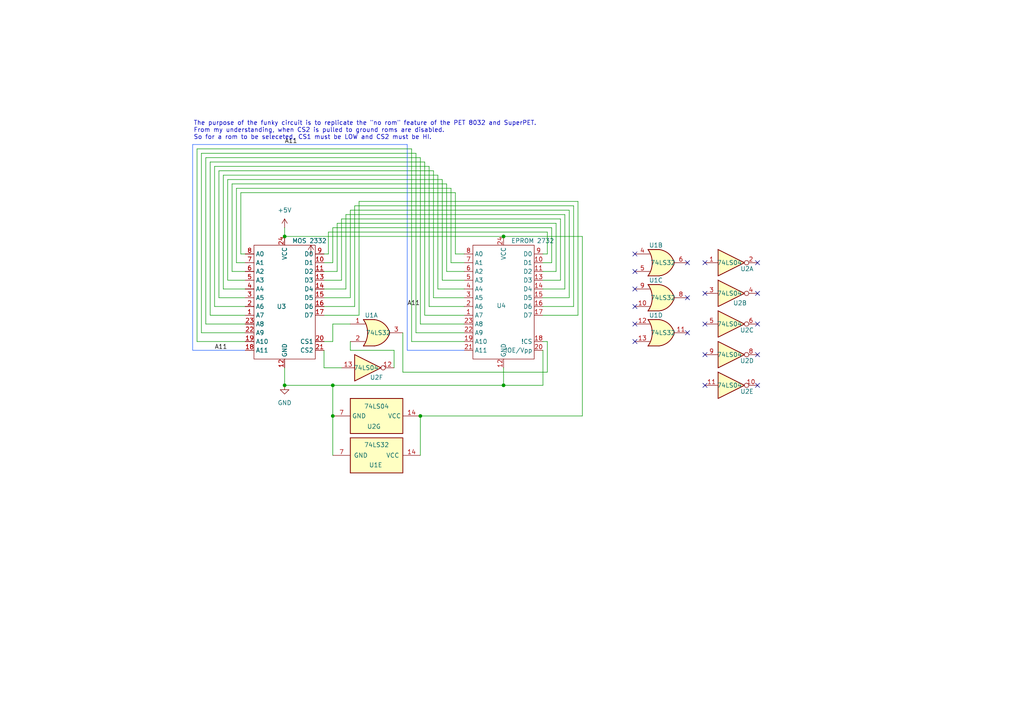
<source format=kicad_sch>
(kicad_sch (version 20231120) (generator "eeschema") (generator_version "8.0")
  (paper "A4")
  (lib_symbols
    (symbol "74xx:74LS04"
      (property "Reference" "U" (at 0 1.27 0))
      (property "Value" "74LS04" (at 0 -1.27 0))
      (symbol "74LS04_1_0"
        (polyline (pts (xy -3.81 3.81) (xy -3.81 -3.81) (xy 3.81 0) (xy -3.81 3.81)) (stroke (width 0.254)) (fill (type background)))
        (pin input line (at -7.62 0 0) (length 3.81) (name "~") (number "1"))
        (pin output inverted (at 7.62 0 180) (length 3.81) (name "~") (number "2"))
      )
      (symbol "74LS04_2_0"
        (polyline (pts (xy -3.81 3.81) (xy -3.81 -3.81) (xy 3.81 0) (xy -3.81 3.81)) (stroke (width 0.254)) (fill (type background)))
        (pin input line (at -7.62 0 0) (length 3.81) (name "~") (number "3"))
        (pin output inverted (at 7.62 0 180) (length 3.81) (name "~") (number "4"))
      )
      (symbol "74LS04_3_0"
        (polyline (pts (xy -3.81 3.81) (xy -3.81 -3.81) (xy 3.81 0) (xy -3.81 3.81)) (stroke (width 0.254)) (fill (type background)))
        (pin input line (at -7.62 0 0) (length 3.81) (name "~") (number "5"))
        (pin output inverted (at 7.62 0 180) (length 3.81) (name "~") (number "6"))
      )
      (symbol "74LS04_4_0"
        (polyline (pts (xy -3.81 3.81) (xy -3.81 -3.81) (xy 3.81 0) (xy -3.81 3.81)) (stroke (width 0.254)) (fill (type background)))
        (pin output inverted (at 7.62 0 180) (length 3.81) (name "~") (number "8"))
        (pin input line (at -7.62 0 0) (length 3.81) (name "~") (number "9"))
      )
      (symbol "74LS04_5_0"
        (polyline (pts (xy -3.81 3.81) (xy -3.81 -3.81) (xy 3.81 0) (xy -3.81 3.81)) (stroke (width 0.254)) (fill (type background)))
        (pin output inverted (at 7.62 0 180) (length 3.81) (name "~") (number "10"))
        (pin input line (at -7.62 0 0) (length 3.81) (name "~") (number "11"))
      )
      (symbol "74LS04_6_0"
        (polyline (pts (xy -3.81 3.81) (xy -3.81 -3.81) (xy 3.81 0) (xy -3.81 3.81)) (stroke (width 0.254)) (fill (type background)))
        (pin output inverted (at 7.62 0 180) (length 3.81) (name "~") (number "12"))
        (pin input line (at -7.62 0 0) (length 3.81) (name "~") (number "13"))
      )
      (symbol "74LS04_7_0"
        (pin power_in line (at 0 12.7 270) (length 5.08) (name "VCC") (number "14"))
        (pin power_in line (at 0 -12.7 90) (length 5.08) (name "GND") (number "7"))
      )
      (symbol "74LS04_7_1"
        (rectangle (start -5.08 7.62) (end 5.08 -7.62) (stroke (width 0.254)) (fill (type background)))
      )
    )
    (symbol "74xx:74LS32" (pin_names (offset 1.016))
      (property "Reference" "U" (at 0 1.27 0))
      (property "Value" "74LS32" (at 0 -1.27 0))
      (symbol "74LS32_1_1"
        (arc (start -3.81 -3.81) (mid -2.589 0) (end -3.81 3.81) (stroke (width 0.254)))
        (arc (start -0.6096 -3.81) (mid 2.1842 -2.5851) (end 3.81 0) (stroke (width 0.254)) (fill (type background)))
        (polyline (pts (xy -3.81 -3.81) (xy -0.635 -3.81)) (stroke (width 0.254)) (fill (type background)))
        (polyline (pts (xy -3.81 3.81) (xy -0.635 3.81)) (stroke (width 0.254)) (fill (type background)))
        (polyline (pts (xy -0.635 3.81) (xy -3.81 3.81) (xy -3.81 3.81) (xy -3.556 3.4036) (xy -3.0226 2.2606) (xy -2.6924 1.0414) (xy -2.6162 -0.254) (xy -2.7686 -1.4986) (xy -3.175 -2.7178) (xy -3.81 -3.81) (xy -3.81 -3.81) (xy -0.635 -3.81)) (stroke (width -25.4)) (fill (type background)))
        (arc (start 3.81 0) (mid 2.1915 2.5936) (end -0.6096 3.81) (stroke (width 0.254)) (fill (type background)))
        (pin input line (at -7.62 2.54 0) (length 4.318) (name "~") (number "1"))
        (pin input line (at -7.62 -2.54 0) (length 4.318) (name "~") (number "2"))
        (pin output line (at 7.62 0 180) (length 3.81) (name "~") (number "3"))
      )
      (symbol "74LS32_1_2"
        (arc (start 0 -3.81) (mid 3.7934 0) (end 0 3.81) (stroke (width 0.254)) (fill (type background)))
        (polyline (pts (xy 0 3.81) (xy -3.81 3.81) (xy -3.81 -3.81) (xy 0 -3.81)) (stroke (width 0.254)) (fill (type background)))
        (pin input inverted (at -7.62 2.54 0) (length 3.81) (name "~") (number "1"))
        (pin input inverted (at -7.62 -2.54 0) (length 3.81) (name "~") (number "2"))
        (pin output inverted (at 7.62 0 180) (length 3.81) (name "~") (number "3"))
      )
      (symbol "74LS32_2_1"
        (arc (start -3.81 -3.81) (mid -2.589 0) (end -3.81 3.81) (stroke (width 0.254)))
        (arc (start -0.6096 -3.81) (mid 2.1842 -2.5851) (end 3.81 0) (stroke (width 0.254)) (fill (type background)))
        (polyline (pts (xy -3.81 -3.81) (xy -0.635 -3.81)) (stroke (width 0.254)) (fill (type background)))
        (polyline (pts (xy -3.81 3.81) (xy -0.635 3.81)) (stroke (width 0.254)) (fill (type background)))
        (polyline (pts (xy -0.635 3.81) (xy -3.81 3.81) (xy -3.81 3.81) (xy -3.556 3.4036) (xy -3.0226 2.2606) (xy -2.6924 1.0414) (xy -2.6162 -0.254) (xy -2.7686 -1.4986) (xy -3.175 -2.7178) (xy -3.81 -3.81) (xy -3.81 -3.81) (xy -0.635 -3.81)) (stroke (width -25.4)) (fill (type background)))
        (arc (start 3.81 0) (mid 2.1915 2.5936) (end -0.6096 3.81) (stroke (width 0.254)) (fill (type background)))
        (pin input line (at -7.62 2.54 0) (length 4.318) (name "~") (number "4"))
        (pin input line (at -7.62 -2.54 0) (length 4.318) (name "~") (number "5"))
        (pin output line (at 7.62 0 180) (length 3.81) (name "~") (number "6"))
      )
      (symbol "74LS32_2_2"
        (arc (start 0 -3.81) (mid 3.7934 0) (end 0 3.81) (stroke (width 0.254)) (fill (type background)))
        (polyline (pts (xy 0 3.81) (xy -3.81 3.81) (xy -3.81 -3.81) (xy 0 -3.81)) (stroke (width 0.254)) (fill (type background)))
        (pin input inverted (at -7.62 2.54 0) (length 3.81) (name "~") (number "4"))
        (pin input inverted (at -7.62 -2.54 0) (length 3.81) (name "~") (number "5"))
        (pin output inverted (at 7.62 0 180) (length 3.81) (name "~") (number "6"))
      )
      (symbol "74LS32_3_1"
        (arc (start -3.81 -3.81) (mid -2.589 0) (end -3.81 3.81) (stroke (width 0.254)))
        (arc (start -0.6096 -3.81) (mid 2.1842 -2.5851) (end 3.81 0) (stroke (width 0.254)) (fill (type background)))
        (polyline (pts (xy -3.81 -3.81) (xy -0.635 -3.81)) (stroke (width 0.254)) (fill (type background)))
        (polyline (pts (xy -3.81 3.81) (xy -0.635 3.81)) (stroke (width 0.254)) (fill (type background)))
        (polyline (pts (xy -0.635 3.81) (xy -3.81 3.81) (xy -3.81 3.81) (xy -3.556 3.4036) (xy -3.0226 2.2606) (xy -2.6924 1.0414) (xy -2.6162 -0.254) (xy -2.7686 -1.4986) (xy -3.175 -2.7178) (xy -3.81 -3.81) (xy -3.81 -3.81) (xy -0.635 -3.81)) (stroke (width -25.4)) (fill (type background)))
        (arc (start 3.81 0) (mid 2.1915 2.5936) (end -0.6096 3.81) (stroke (width 0.254)) (fill (type background)))
        (pin input line (at -7.62 -2.54 0) (length 4.318) (name "~") (number "10"))
        (pin output line (at 7.62 0 180) (length 3.81) (name "~") (number "8"))
        (pin input line (at -7.62 2.54 0) (length 4.318) (name "~") (number "9"))
      )
      (symbol "74LS32_3_2"
        (arc (start 0 -3.81) (mid 3.7934 0) (end 0 3.81) (stroke (width 0.254)) (fill (type background)))
        (polyline (pts (xy 0 3.81) (xy -3.81 3.81) (xy -3.81 -3.81) (xy 0 -3.81)) (stroke (width 0.254)) (fill (type background)))
        (pin input inverted (at -7.62 -2.54 0) (length 3.81) (name "~") (number "10"))
        (pin output inverted (at 7.62 0 180) (length 3.81) (name "~") (number "8"))
        (pin input inverted (at -7.62 2.54 0) (length 3.81) (name "~") (number "9"))
      )
      (symbol "74LS32_4_1"
        (arc (start -3.81 -3.81) (mid -2.589 0) (end -3.81 3.81) (stroke (width 0.254)))
        (arc (start -0.6096 -3.81) (mid 2.1842 -2.5851) (end 3.81 0) (stroke (width 0.254)) (fill (type background)))
        (polyline (pts (xy -3.81 -3.81) (xy -0.635 -3.81)) (stroke (width 0.254)) (fill (type background)))
        (polyline (pts (xy -3.81 3.81) (xy -0.635 3.81)) (stroke (width 0.254)) (fill (type background)))
        (polyline (pts (xy -0.635 3.81) (xy -3.81 3.81) (xy -3.81 3.81) (xy -3.556 3.4036) (xy -3.0226 2.2606) (xy -2.6924 1.0414) (xy -2.6162 -0.254) (xy -2.7686 -1.4986) (xy -3.175 -2.7178) (xy -3.81 -3.81) (xy -3.81 -3.81) (xy -0.635 -3.81)) (stroke (width -25.4)) (fill (type background)))
        (arc (start 3.81 0) (mid 2.1915 2.5936) (end -0.6096 3.81) (stroke (width 0.254)) (fill (type background)))
        (pin output line (at 7.62 0 180) (length 3.81) (name "~") (number "11"))
        (pin input line (at -7.62 2.54 0) (length 4.318) (name "~") (number "12"))
        (pin input line (at -7.62 -2.54 0) (length 4.318) (name "~") (number "13"))
      )
      (symbol "74LS32_4_2"
        (arc (start 0 -3.81) (mid 3.7934 0) (end 0 3.81) (stroke (width 0.254)) (fill (type background)))
        (polyline (pts (xy 0 3.81) (xy -3.81 3.81) (xy -3.81 -3.81) (xy 0 -3.81)) (stroke (width 0.254)) (fill (type background)))
        (pin output inverted (at 7.62 0 180) (length 3.81) (name "~") (number "11"))
        (pin input inverted (at -7.62 2.54 0) (length 3.81) (name "~") (number "12"))
        (pin input inverted (at -7.62 -2.54 0) (length 3.81) (name "~") (number "13"))
      )
      (symbol "74LS32_5_0"
        (pin power_in line (at 0 12.7 270) (length 5.08) (name "VCC") (number "14"))
        (pin power_in line (at 0 -12.7 90) (length 5.08) (name "GND") (number "7"))
      )
      (symbol "74LS32_5_1"
        (rectangle (start -5.08 7.62) (end 5.08 -7.62) (stroke (width 0.254)) (fill (type background)))
      )
    )
    (symbol "dwfa:EPROM_2732"
      (property "Reference" "EPROM_2732" (at 0 0 0))
      (symbol "EPROM_2732_0_1"
        (rectangle (start -8.89 17.78) (end 8.89 -15.24))
      )
      (symbol "EPROM_2732_1_1"
        (pin input line (at -11.43 -2.54 0) (length 2.54) (name "A7") (number "1"))
        (pin output line (at 11.43 12.7 180) (length 2.54) (name "D1") (number "10"))
        (pin output line (at 11.43 10.16 180) (length 2.54) (name "D2") (number "11"))
        (pin power_in line (at 0 -17.78 90) (length 2.54) (name "GND") (number "12"))
        (pin output line (at 11.43 7.62 180) (length 2.54) (name "D3") (number "13"))
        (pin output line (at 11.43 5.08 180) (length 2.54) (name "D4") (number "14"))
        (pin output line (at 11.43 2.54 180) (length 2.54) (name "D5") (number "15"))
        (pin output line (at 11.43 0 180) (length 2.54) (name "D6") (number "16"))
        (pin output line (at 11.43 -2.54 180) (length 2.54) (name "D7") (number "17"))
        (pin input line (at 11.43 -10.16 180) (length 2.54) (name "!CS") (number "18"))
        (pin input line (at -11.43 -10.16 0) (length 2.54) (name "A10") (number "19"))
        (pin input line (at -11.43 0 0) (length 2.54) (name "A6") (number "2"))
        (pin input line (at 11.43 -12.7 180) (length 2.54) (name "!OE/Vpp") (number "20"))
        (pin input line (at -11.43 -12.7 0) (length 2.54) (name "A11") (number "21"))
        (pin input line (at -11.43 -7.62 0) (length 2.54) (name "A9") (number "22"))
        (pin input line (at -11.43 -5.08 0) (length 2.54) (name "A8") (number "23"))
        (pin power_in line (at 0 20.32 270) (length 2.54) (name "VCC") (number "24"))
        (pin input line (at -11.43 2.54 0) (length 2.54) (name "A5") (number "3"))
        (pin input line (at -11.43 5.08 0) (length 2.54) (name "A4") (number "4"))
        (pin input line (at -11.43 7.62 0) (length 2.54) (name "A3") (number "5"))
        (pin input line (at -11.43 10.16 0) (length 2.54) (name "A2") (number "6"))
        (pin input line (at -11.43 12.7 0) (length 2.54) (name "A1") (number "7"))
        (pin input line (at -11.43 15.24 0) (length 2.54) (name "A0") (number "8"))
        (pin output line (at 11.43 15.24 180) (length 2.54) (name "D0") (number "9"))
      )
    )
    (symbol "dwfa:MOS_2332" (exclude_from_sim yes) (in_bom no) (on_board no)
      (property "Reference" "MOS 2332" (at 0 0 0))
      (symbol "MOS_2332_0_1"
        (rectangle (start -8.89 13.97) (end 8.89 -19.05))
      )
      (symbol "MOS_2332_1_1"
        (pin input line (at -11.43 -6.35 0) (length 2.54) (name "A7") (number "1"))
        (pin output line (at 11.43 8.89 180) (length 2.54) (name "D1") (number "10"))
        (pin output line (at 11.43 6.35 180) (length 2.54) (name "D2") (number "11"))
        (pin power_in line (at 0 -21.59 90) (length 2.54) (name "GND") (number "12"))
        (pin output line (at 11.43 3.81 180) (length 2.54) (name "D3") (number "13"))
        (pin output line (at 11.43 1.27 180) (length 2.54) (name "D4") (number "14"))
        (pin output line (at 11.43 -1.27 180) (length 2.54) (name "D5") (number "15"))
        (pin output line (at 11.43 -3.81 180) (length 2.54) (name "D6") (number "16"))
        (pin output line (at 11.43 -6.35 180) (length 2.54) (name "D7") (number "17"))
        (pin input line (at -11.43 -16.51 0) (length 2.54) (name "A11") (number "18"))
        (pin input line (at -11.43 -13.97 0) (length 2.54) (name "A10") (number "19"))
        (pin input line (at -11.43 -3.81 0) (length 2.54) (name "A6") (number "2"))
        (pin input line (at 11.43 -13.97 180) (length 2.54) (name "CS1") (number "20"))
        (pin input line (at 11.43 -16.51 180) (length 2.54) (name "CS2") (number "21"))
        (pin input line (at -11.43 -11.43 0) (length 2.54) (name "A9") (number "22"))
        (pin input line (at -11.43 -8.89 0) (length 2.54) (name "A8") (number "23"))
        (pin power_in line (at 0 16.51 270) (length 2.54) (name "VCC") (number "24"))
        (pin input line (at -11.43 -1.27 0) (length 2.54) (name "A5") (number "3"))
        (pin input line (at -11.43 1.27 0) (length 2.54) (name "A4") (number "4"))
        (pin input line (at -11.43 3.81 0) (length 2.54) (name "A3") (number "5"))
        (pin input line (at -11.43 6.35 0) (length 2.54) (name "A2") (number "6"))
        (pin input line (at -11.43 8.89 0) (length 2.54) (name "A1") (number "7"))
        (pin input line (at -11.43 11.43 0) (length 2.54) (name "A0") (number "8"))
        (pin output line (at 11.43 11.43 180) (length 2.54) (name "D0") (number "9"))
      )
    )
    (symbol "power:+5V" (power) (pin_numbers hide) (pin_names (offset 0) hide)
      (property "Value" "+5V" (at 0 3.556 0))
      (symbol "+5V_0_1"
        (polyline (pts (xy -0.762 1.27) (xy 0 2.54)))
        (polyline (pts (xy 0 0) (xy 0 2.54)))
        (polyline (pts (xy 0 2.54) (xy 0.762 1.27)))
      )
      (symbol "+5V_1_1"
        (pin power_in line (at 0 0 90) (length 0) (name "~") (number "1"))
      )
    )
    (symbol "power:GND" (power) (pin_numbers hide) (pin_names (offset 0) hide)
      (property "Value" "GND" (at 0 -3.81 0))
      (symbol "GND_0_1"
        (polyline (pts (xy 0 0) (xy 0 -1.27) (xy 1.27 -1.27) (xy 0 -2.54) (xy -1.27 -1.27) (xy 0 -1.27)))
      )
      (symbol "GND_1_1"
        (pin power_in line (at 0 0 270) (length 0) (name "~") (number "1"))
      )
    )
  )
  (junction (at 82.55 111.76))
  (junction (at 146.05 68.58))
  (junction (at 121.92 120.65))
  (junction (at 146.05 111.76))
  (junction (at 96.52 120.65))
  (junction (at 82.55 68.58))
  (junction (at 96.52 111.76))
  (no_connect (at 219.71 102.87))
  (no_connect (at 204.47 111.76))
  (no_connect (at 204.47 93.98))
  (no_connect (at 184.15 78.74))
  (no_connect (at 199.39 96.52))
  (no_connect (at 204.47 102.87))
  (no_connect (at 219.71 76.2))
  (no_connect (at 219.71 85.09))
  (no_connect (at 204.47 85.09))
  (no_connect (at 184.15 83.82))
  (no_connect (at 199.39 86.36))
  (no_connect (at 184.15 99.06))
  (no_connect (at 204.47 76.2))
  (no_connect (at 184.15 73.66))
  (no_connect (at 184.15 88.9))
  (no_connect (at 219.71 93.98))
  (no_connect (at 219.71 111.76))
  (no_connect (at 199.39 76.2))
  (no_connect (at 184.15 93.98))
  (wire (pts (xy 97.79 64.77) (xy 161.29 64.77)))
  (wire (pts (xy 124.46 48.26) (xy 124.46 88.9)))
  (wire (pts (xy 104.14 91.44) (xy 104.14 58.42)))
  (wire (pts (xy 62.23 48.26) (xy 124.46 48.26)))
  (wire (pts (xy 101.6 60.96) (xy 165.1 60.96)))
  (wire (pts (xy 63.5 49.53) (xy 125.73 49.53)))
  (wire (pts (xy 161.29 64.77) (xy 161.29 78.74)))
  (wire (pts (xy 69.85 73.66) (xy 69.85 55.88)))
  (wire (pts (xy 167.64 58.42) (xy 167.64 91.44)))
  (wire (pts (xy 157.48 99.06) (xy 158.75 99.06)))
  (wire (pts (xy 128.27 52.07) (xy 128.27 81.28)))
  (wire (pts (xy 64.77 50.8) (xy 127 50.8)))
  (wire (pts (xy 71.12 88.9) (xy 62.23 88.9)))
  (wire (pts (xy 93.98 76.2) (xy 96.52 76.2)))
  (wire (pts (xy 96.52 66.04) (xy 160.02 66.04)))
  (wire (pts (xy 158.75 67.31) (xy 158.75 73.66)))
  (wire (pts (xy 62.23 88.9) (xy 62.23 48.26)))
  (wire (pts (xy 71.12 101.6) (xy 55.88 101.6)) (stroke (width 0) (color 31 96 255 1)))
  (wire (pts (xy 116.84 107.95) (xy 116.84 96.52)))
  (wire (pts (xy 127 83.82) (xy 134.62 83.82)))
  (wire (pts (xy 71.12 83.82) (xy 64.77 83.82)))
  (wire (pts (xy 55.88 41.91) (xy 118.11 41.91)) (stroke (width 0) (color 31 96 255 1)))
  (wire (pts (xy 118.11 41.91) (xy 118.11 101.6)) (stroke (width 0) (color 31 96 255 1)))
  (wire (pts (xy 163.83 62.23) (xy 163.83 83.82)))
  (wire (pts (xy 162.56 81.28) (xy 157.48 81.28)))
  (wire (pts (xy 129.54 78.74) (xy 134.62 78.74)))
  (wire (pts (xy 58.42 44.45) (xy 120.65 44.45)))
  (wire (pts (xy 96.52 120.65) (xy 96.52 132.08)))
  (wire (pts (xy 63.5 86.36) (xy 63.5 49.53)))
  (wire (pts (xy 95.25 67.31) (xy 158.75 67.31)))
  (wire (pts (xy 123.19 46.99) (xy 123.19 91.44)))
  (wire (pts (xy 71.12 76.2) (xy 68.58 76.2)))
  (wire (pts (xy 121.92 120.65) (xy 121.92 132.08)))
  (wire (pts (xy 97.79 64.77) (xy 97.79 78.74)))
  (wire (pts (xy 127 50.8) (xy 127 83.82)))
  (wire (pts (xy 71.12 86.36) (xy 63.5 86.36)))
  (wire (pts (xy 168.91 68.58) (xy 168.91 120.65)))
  (wire (pts (xy 157.48 111.76) (xy 146.05 111.76)))
  (wire (pts (xy 101.6 101.6) (xy 101.6 99.06)))
  (wire (pts (xy 82.55 66.04) (xy 82.55 68.58)))
  (wire (pts (xy 125.73 49.53) (xy 125.73 86.36)))
  (wire (pts (xy 95.25 73.66) (xy 95.25 67.31)))
  (wire (pts (xy 93.98 91.44) (xy 104.14 91.44)))
  (wire (pts (xy 67.31 53.34) (xy 129.54 53.34)))
  (wire (pts (xy 71.12 91.44) (xy 60.96 91.44)))
  (wire (pts (xy 102.87 88.9) (xy 102.87 59.69)))
  (wire (pts (xy 120.65 44.45) (xy 120.65 96.52)))
  (wire (pts (xy 99.06 63.5) (xy 162.56 63.5)))
  (wire (pts (xy 119.38 99.06) (xy 134.62 99.06)))
  (wire (pts (xy 99.06 106.68) (xy 93.98 106.68)))
  (wire (pts (xy 60.96 46.99) (xy 123.19 46.99)))
  (wire (pts (xy 165.1 60.96) (xy 165.1 86.36)))
  (wire (pts (xy 167.64 91.44) (xy 157.48 91.44)))
  (wire (pts (xy 102.87 59.69) (xy 166.37 59.69)))
  (wire (pts (xy 100.33 83.82) (xy 93.98 83.82)))
  (wire (pts (xy 96.52 111.76) (xy 146.05 111.76)))
  (wire (pts (xy 166.37 88.9) (xy 157.48 88.9)))
  (wire (pts (xy 124.46 88.9) (xy 134.62 88.9)))
  (wire (pts (xy 101.6 86.36) (xy 101.6 60.96)))
  (wire (pts (xy 146.05 68.58) (xy 168.91 68.58)))
  (wire (pts (xy 121.92 45.72) (xy 121.92 93.98)))
  (wire (pts (xy 120.65 96.52) (xy 134.62 96.52)))
  (wire (pts (xy 96.52 93.98) (xy 96.52 99.06)))
  (wire (pts (xy 104.14 58.42) (xy 167.64 58.42)))
  (wire (pts (xy 68.58 76.2) (xy 68.58 54.61)))
  (wire (pts (xy 67.31 78.74) (xy 67.31 53.34)))
  (wire (pts (xy 60.96 91.44) (xy 60.96 46.99)))
  (wire (pts (xy 158.75 73.66) (xy 157.48 73.66)))
  (wire (pts (xy 66.04 52.07) (xy 128.27 52.07)))
  (wire (pts (xy 123.19 91.44) (xy 134.62 91.44)))
  (wire (pts (xy 158.75 99.06) (xy 158.75 107.95)))
  (wire (pts (xy 93.98 88.9) (xy 102.87 88.9)))
  (wire (pts (xy 57.15 99.06) (xy 57.15 43.18)))
  (wire (pts (xy 165.1 86.36) (xy 157.48 86.36)))
  (wire (pts (xy 64.77 83.82) (xy 64.77 50.8)))
  (wire (pts (xy 93.98 73.66) (xy 95.25 73.66)))
  (wire (pts (xy 71.12 81.28) (xy 66.04 81.28)))
  (wire (pts (xy 129.54 53.34) (xy 129.54 78.74)))
  (wire (pts (xy 71.12 78.74) (xy 67.31 78.74)))
  (wire (pts (xy 55.88 101.6) (xy 55.88 41.91)) (stroke (width 0) (color 31 96 255 1)))
  (wire (pts (xy 162.56 63.5) (xy 162.56 81.28)))
  (wire (pts (xy 157.48 101.6) (xy 157.48 111.76)))
  (wire (pts (xy 132.08 73.66) (xy 134.62 73.66)))
  (wire (pts (xy 125.73 86.36) (xy 134.62 86.36)))
  (wire (pts (xy 168.91 120.65) (xy 121.92 120.65)))
  (wire (pts (xy 93.98 106.68) (xy 93.98 101.6)))
  (wire (pts (xy 93.98 81.28) (xy 99.06 81.28)))
  (wire (pts (xy 71.12 96.52) (xy 58.42 96.52)))
  (wire (pts (xy 96.52 76.2) (xy 96.52 66.04)))
  (wire (pts (xy 69.85 55.88) (xy 132.08 55.88)))
  (wire (pts (xy 100.33 62.23) (xy 100.33 83.82)))
  (wire (pts (xy 82.55 111.76) (xy 96.52 111.76)))
  (wire (pts (xy 96.52 93.98) (xy 101.6 93.98)))
  (wire (pts (xy 66.04 81.28) (xy 66.04 52.07)))
  (wire (pts (xy 71.12 93.98) (xy 59.69 93.98)))
  (wire (pts (xy 100.33 62.23) (xy 163.83 62.23)))
  (wire (pts (xy 114.3 101.6) (xy 101.6 101.6)))
  (wire (pts (xy 128.27 81.28) (xy 134.62 81.28)))
  (wire (pts (xy 121.92 93.98) (xy 134.62 93.98)))
  (wire (pts (xy 93.98 86.36) (xy 101.6 86.36)))
  (wire (pts (xy 82.55 68.58) (xy 146.05 68.58)))
  (wire (pts (xy 119.38 43.18) (xy 119.38 99.06)))
  (wire (pts (xy 160.02 66.04) (xy 160.02 76.2)))
  (wire (pts (xy 71.12 99.06) (xy 57.15 99.06)))
  (wire (pts (xy 82.55 106.68) (xy 82.55 111.76)))
  (wire (pts (xy 59.69 93.98) (xy 59.69 45.72)))
  (wire (pts (xy 161.29 78.74) (xy 157.48 78.74)))
  (wire (pts (xy 166.37 59.69) (xy 166.37 88.9)))
  (wire (pts (xy 58.42 96.52) (xy 58.42 44.45)))
  (wire (pts (xy 96.52 99.06) (xy 93.98 99.06)))
  (wire (pts (xy 97.79 78.74) (xy 93.98 78.74)))
  (wire (pts (xy 69.85 73.66) (xy 71.12 73.66)))
  (wire (pts (xy 130.81 76.2) (xy 134.62 76.2)))
  (wire (pts (xy 160.02 76.2) (xy 157.48 76.2)))
  (wire (pts (xy 99.06 81.28) (xy 99.06 63.5)))
  (wire (pts (xy 146.05 111.76) (xy 146.05 106.68)))
  (wire (pts (xy 96.52 111.76) (xy 96.52 120.65)))
  (wire (pts (xy 68.58 54.61) (xy 130.81 54.61)))
  (wire (pts (xy 132.08 55.88) (xy 132.08 73.66)))
  (wire (pts (xy 130.81 54.61) (xy 130.81 76.2)))
  (wire (pts (xy 163.83 83.82) (xy 157.48 83.82)))
  (wire (pts (xy 118.11 101.6) (xy 134.62 101.6)) (stroke (width 0) (color 31 96 255 1)))
  (wire (pts (xy 116.84 107.95) (xy 158.75 107.95)))
  (wire (pts (xy 59.69 45.72) (xy 121.92 45.72)))
  (wire (pts (xy 57.15 43.18) (xy 119.38 43.18)))
  (wire (pts (xy 114.3 101.6) (xy 114.3 106.68)))
  (text "The purpose of the funky circuit is to replicate the \"no rom\" feature of the PET 8032 and SuperPET.\nFrom my understanding, when CS2 is pulled to ground roms are disabled.\nSo for a rom to be seleceted, CS1 must be LOW and CS2 must be HI." (at 56.134 37.846 0) (effects (font (size 1.27 1.27)) (justify left)))
  (label "A11" (at 118.11 88.9 0))
  (label "A11" (at 82.55 41.91 0))
  (label "A11" (at 62.23 101.6 0))
  (symbol (lib_id "74xx:74LS32") (at 109.22 96.52 0) (unit 1)
    (property "Reference" "U1" (at 107.696 91.44 0))
    (property "Value" "74LS32" (at 109.728 96.52 0))
    (property "Footprint" "Package_DIP:DIP-14_W7.62mm_Socket" (effects (hide yes)))
    (property "Datasheet" "http://www.ti.com/lit/gpn/sn74LS32" (effects (hide yes)))
    (property "Description" "Quad 2-input OR" (effects (hide yes)))
  )
  (symbol (lib_id "dwfa:MOS_2332") (at 82.55 85.09 0) (unit 1)
    (property "Reference" "U3" (at 80.264 88.9 0) (effects (justify left)))
    (property "Value" "MOS 2332" (at 84.7441 69.85 0) (effects (justify left)))
    (property "Footprint" "Connector_PinHeader_2.54mm:PinHeader_2x14_P2.54mm_Vertical" (effects (hide yes)))
    (property "Datasheet" "http://archive.6502.org/datasheets/mos_2332_rom_feb_1980.pdf" (effects (hide yes)))
    (property "Description" "4KB Maskable ROM (4k x 8 bit words)" (effects (hide yes)))
  )
  (symbol (lib_id "power:+5V") (at 90.17 73.66 0) (unit 1)
    (property "Reference" "#PWR02" (effects (hide yes)))
    (property "Value" "+5V" (effects (hide yes)))
    (property "Description" "Power symbol creates a global label with name \"+5V\"" (effects (hide yes)))
  )
  (symbol (lib_id "74xx:74LS04") (at 212.09 93.98 0) (unit 3)
    (property "Reference" "U2" (at 216.662 95.758 0))
    (property "Value" "74LS04" (at 211.582 93.98 0))
    (property "Footprint" "Package_DIP:DIP-14_W7.62mm_Socket" (effects (hide yes)))
    (property "Datasheet" "http://www.ti.com/lit/gpn/sn74LS04" (effects (hide yes)))
    (property "Description" "Hex Inverter" (effects (hide yes)))
  )
  (symbol (lib_id "74xx:74LS04") (at 106.68 106.68 0) (unit 6)
    (property "Reference" "U2" (at 109.22 109.474 0))
    (property "Value" "74LS04" (at 106.172 106.68 0))
    (property "Footprint" "Package_DIP:DIP-14_W7.62mm_Socket" (effects (hide yes)))
    (property "Datasheet" "http://www.ti.com/lit/gpn/sn74LS04" (effects (hide yes)))
    (property "Description" "Hex Inverter" (effects (hide yes)))
  )
  (symbol (lib_id "74xx:74LS04") (at 212.09 102.87 0) (unit 4)
    (property "Reference" "U2" (at 216.662 104.648 0))
    (property "Value" "74LS04" (at 211.582 102.87 0))
    (property "Footprint" "Package_DIP:DIP-14_W7.62mm_Socket" (effects (hide yes)))
    (property "Datasheet" "http://www.ti.com/lit/gpn/sn74LS04" (effects (hide yes)))
    (property "Description" "Hex Inverter" (effects (hide yes)))
  )
  (symbol (lib_id "power:+5V") (at 82.55 66.04 0) (unit 1)
    (property "Reference" "#PWR03" (effects (hide yes)))
    (property "Value" "+5V" (at 82.55 60.96 0))
    (property "Description" "Power symbol creates a global label with name \"+5V\"" (effects (hide yes)))
  )
  (symbol (lib_id "74xx:74LS32") (at 191.77 96.52 0) (unit 4)
    (property "Reference" "U1" (at 190.246 91.44 0))
    (property "Value" "74LS32" (at 192.278 96.52 0))
    (property "Footprint" "Package_DIP:DIP-14_W7.62mm_Socket" (effects (hide yes)))
    (property "Datasheet" "http://www.ti.com/lit/gpn/sn74LS32" (effects (hide yes)))
    (property "Description" "Quad 2-input OR" (effects (hide yes)))
  )
  (symbol (lib_id "74xx:74LS32") (at 109.22 132.08 270) (unit 5)
    (property "Reference" "U1" (at 108.966 134.874 90))
    (property "Value" "74LS32" (at 109.22 129.032 90))
    (property "Footprint" "Package_DIP:DIP-14_W7.62mm_Socket" (effects (hide yes)))
    (property "Datasheet" "http://www.ti.com/lit/gpn/sn74LS32" (effects (hide yes)))
    (property "Description" "Quad 2-input OR" (effects (hide yes)))
  )
  (symbol (lib_id "dwfa:EPROM_2732") (at 146.05 88.9 0) (unit 1)
    (property "Reference" "U4" (at 144.018 88.646 0) (effects (justify left)))
    (property "Value" "EPROM 2732" (at 148.2441 69.85 0) (effects (justify left)))
    (property "Footprint" "Package_DIP:DIP-24_W15.24mm_Socket" (effects (hide yes)))
    (property "Datasheet" "https://www.retro-kit.co.uk/user/custom/Acorn/3rdParty/VELA/datasheets/2732A-datasheet.pdf" (effects (hide yes)))
    (property "Description" "4KB EPROM (4k 8 bit words)" (effects (hide yes)))
  )
  (symbol (lib_id "74xx:74LS32") (at 191.77 86.36 0) (unit 3)
    (property "Reference" "U1" (at 190.246 81.28 0))
    (property "Value" "74LS32" (at 192.278 86.36 0))
    (property "Footprint" "Package_DIP:DIP-14_W7.62mm_Socket" (effects (hide yes)))
    (property "Datasheet" "http://www.ti.com/lit/gpn/sn74LS32" (effects (hide yes)))
    (property "Description" "Quad 2-input OR" (effects (hide yes)))
  )
  (symbol (lib_id "74xx:74LS04") (at 212.09 111.76 0) (unit 5)
    (property "Reference" "U2" (at 216.662 113.538 0))
    (property "Value" "74LS04" (at 211.582 111.76 0))
    (property "Footprint" "Package_DIP:DIP-14_W7.62mm_Socket" (effects (hide yes)))
    (property "Datasheet" "http://www.ti.com/lit/gpn/sn74LS04" (effects (hide yes)))
    (property "Description" "Hex Inverter" (effects (hide yes)))
  )
  (symbol (lib_id "74xx:74LS04") (at 212.09 85.09 0) (unit 2)
    (property "Reference" "U2" (at 214.63 87.884 0))
    (property "Value" "74LS04" (at 211.582 85.09 0))
    (property "Footprint" "Package_DIP:DIP-14_W7.62mm_Socket" (effects (hide yes)))
    (property "Datasheet" "http://www.ti.com/lit/gpn/sn74LS04" (effects (hide yes)))
    (property "Description" "Hex Inverter" (effects (hide yes)))
  )
  (symbol (lib_id "power:GND") (at 82.55 111.76 0) (unit 1)
    (property "Reference" "#PWR01" (effects (hide yes)))
    (property "Value" "GND" (at 82.55 116.84 0))
    (property "Description" "Power symbol creates a global label with name \"GND\" , ground" (effects (hide yes)))
  )
  (symbol (lib_id "74xx:74LS04") (at 212.09 76.2 0) (unit 1)
    (property "Reference" "U2" (at 216.662 77.978 0))
    (property "Value" "74LS04" (at 211.582 76.2 0))
    (property "Footprint" "Package_DIP:DIP-14_W7.62mm_Socket" (effects (hide yes)))
    (property "Datasheet" "http://www.ti.com/lit/gpn/sn74LS04" (effects (hide yes)))
    (property "Description" "Hex Inverter" (effects (hide yes)))
  )
  (symbol (lib_id "74xx:74LS32") (at 191.77 76.2 0) (unit 2)
    (property "Reference" "U1" (at 190.246 71.12 0))
    (property "Value" "74LS32" (at 192.278 76.2 0))
    (property "Footprint" "Package_DIP:DIP-14_W7.62mm_Socket" (effects (hide yes)))
    (property "Datasheet" "http://www.ti.com/lit/gpn/sn74LS32" (effects (hide yes)))
    (property "Description" "Quad 2-input OR" (effects (hide yes)))
  )
  (symbol (lib_id "74xx:74LS04") (at 109.22 120.65 270) (unit 7)
    (property "Reference" "U2" (at 108.458 123.698 90))
    (property "Value" "74LS04" (at 109.22 117.856 90))
    (property "Footprint" "Package_DIP:DIP-14_W7.62mm_Socket" (effects (hide yes)))
    (property "Datasheet" "http://www.ti.com/lit/gpn/sn74LS04" (effects (hide yes)))
    (property "Description" "Hex Inverter" (effects (hide yes)))
  )
)
</source>
